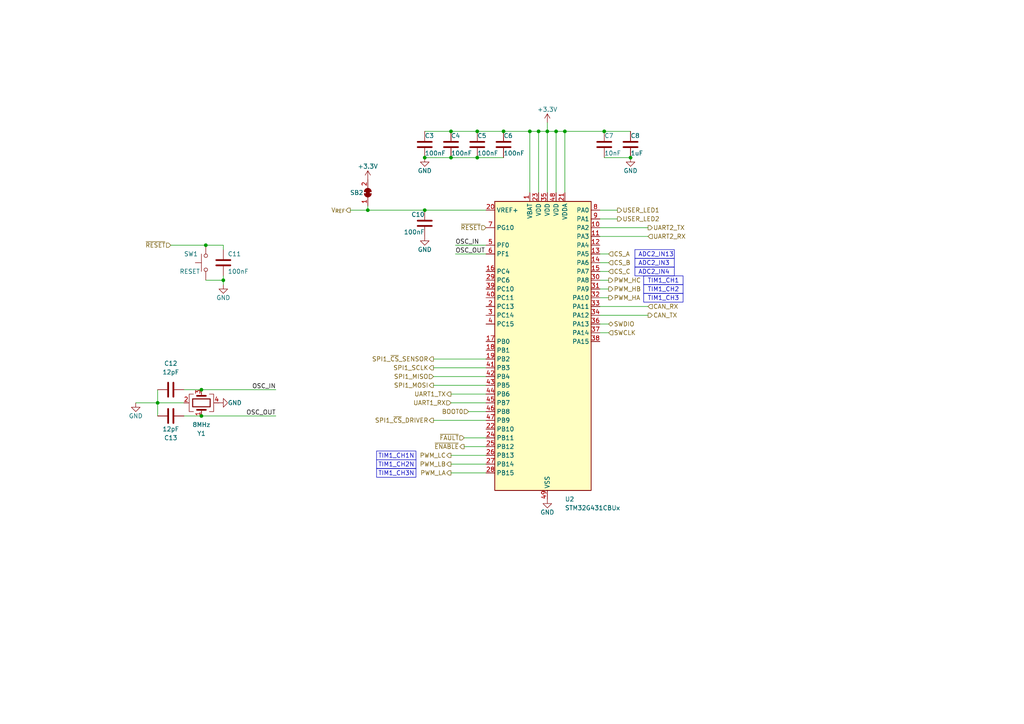
<source format=kicad_sch>
(kicad_sch (version 20230121) (generator eeschema)
  (paper "A4")
  (lib_symbols
    (symbol "Device:C" (pin_numbers hide) (pin_names (offset 0.254))
      (property "Reference" "C" (at 0.635 2.54 0))
      (property "Value" "C" (at 0.635 -2.54 0))
      (symbol "C_0_1"
        (polyline (pts (xy -2.032 -0.762) (xy 2.032 -0.762)) (stroke (width 0.508)))
        (polyline (pts (xy -2.032 0.762) (xy 2.032 0.762)) (stroke (width 0.508)))
      )
      (symbol "C_1_1"
        (pin passive line (at 0 3.81 270) (length 2.794) (name "~") (number "1"))
        (pin passive line (at 0 -3.81 90) (length 2.794) (name "~") (number "2"))
      )
    )
    (symbol "Device:Crystal_GND24" (pin_names (offset 1.016) hide)
      (property "Reference" "Y" (at 3.175 5.08 0))
      (property "Value" "Crystal_GND24" (at 3.175 3.175 0))
      (symbol "Crystal_GND24_0_1"
        (rectangle (start -1.143 2.54) (end 1.143 -2.54) (stroke (width 0.3048)))
        (polyline (pts (xy -2.54 0) (xy -2.032 0)))
        (polyline (pts (xy -2.032 -1.27) (xy -2.032 1.27)) (stroke (width 0.508)))
        (polyline (pts (xy 0 -3.81) (xy 0 -3.556)))
        (polyline (pts (xy 0 3.556) (xy 0 3.81)))
        (polyline (pts (xy 2.032 -1.27) (xy 2.032 1.27)) (stroke (width 0.508)))
        (polyline (pts (xy 2.032 0) (xy 2.54 0)))
        (polyline (pts (xy -2.54 -2.286) (xy -2.54 -3.556) (xy 2.54 -3.556) (xy 2.54 -2.286)))
        (polyline (pts (xy -2.54 2.286) (xy -2.54 3.556) (xy 2.54 3.556) (xy 2.54 2.286)))
      )
      (symbol "Crystal_GND24_1_1"
        (pin passive line (at -3.81 0 0) (length 1.27) (name "1") (number "1"))
        (pin passive line (at 0 5.08 270) (length 1.27) (name "2") (number "2"))
        (pin passive line (at 3.81 0 180) (length 1.27) (name "3") (number "3"))
        (pin passive line (at 0 -5.08 90) (length 1.27) (name "4") (number "4"))
      )
    )
    (symbol "GND_1" (power) (pin_names (offset 0))
      (property "Value" "GND_1" (at 0 -3.81 0))
      (symbol "GND_1_0_1"
        (polyline (pts (xy 0 0) (xy 0 -1.27) (xy 1.27 -1.27) (xy 0 -2.54) (xy -1.27 -1.27) (xy 0 -1.27)))
      )
      (symbol "GND_1_1_1"
        (pin power_in line (at 0 0 270) (length 0) hide (name "GND") (number "1"))
      )
    )
    (symbol "GND_2" (power) (pin_names (offset 0))
      (property "Value" "GND_2" (at 0 -3.81 0))
      (symbol "GND_2_0_1"
        (polyline (pts (xy 0 0) (xy 0 -1.27) (xy 1.27 -1.27) (xy 0 -2.54) (xy -1.27 -1.27) (xy 0 -1.27)))
      )
      (symbol "GND_2_1_1"
        (pin power_in line (at 0 0 270) (length 0) hide (name "GND") (number "1"))
      )
    )
    (symbol "Jumper:SolderJumper_2_Bridged" (pin_names (offset 0) hide)
      (property "Reference" "JP" (at 0 2.032 0))
      (property "Value" "SolderJumper_2_Bridged" (at 0 -2.54 0))
      (symbol "SolderJumper_2_Bridged_0_1"
        (rectangle (start -0.508 0.508) (end 0.508 -0.508) (fill (type outline)))
        (arc (start -0.254 1.016) (mid -1.2656 0) (end -0.254 -1.016))
        (arc (start -0.254 1.016) (mid -1.2656 0) (end -0.254 -1.016) (fill (type outline)))
        (polyline (pts (xy -0.254 1.016) (xy -0.254 -1.016)))
        (polyline (pts (xy 0.254 1.016) (xy 0.254 -1.016)))
        (arc (start 0.254 -1.016) (mid 1.2656 0) (end 0.254 1.016))
        (arc (start 0.254 -1.016) (mid 1.2656 0) (end 0.254 1.016) (fill (type outline)))
      )
      (symbol "SolderJumper_2_Bridged_1_1"
        (pin passive line (at -3.81 0 0) (length 2.54) (name "A") (number "1"))
        (pin passive line (at 3.81 0 180) (length 2.54) (name "B") (number "2"))
      )
    )
    (symbol "MCU_ST_STM32G4:STM32G431CBUx"
      (property "Reference" "U" (at -12.7 44.45 0))
      (property "Value" "STM32G431CBUx" (at 10.16 44.45 0))
      (symbol "STM32G431CBUx_0_1"
        (rectangle (start -12.7 -40.64) (end 15.24 43.18) (stroke (width 0.254)) (fill (type background)))
      )
      (symbol "STM32G431CBUx_1_1"
        (pin power_in line (at -2.54 45.72 270) (length 2.54) (name "VBAT") (number "1"))
        (pin bidirectional line (at 17.78 35.56 180) (length 2.54) (name "PA2") (number "10"))
        (pin bidirectional line (at 17.78 33.02 180) (length 2.54) (name "PA3") (number "11"))
        (pin bidirectional line (at 17.78 30.48 180) (length 2.54) (name "PA4") (number "12"))
        (pin bidirectional line (at 17.78 27.94 180) (length 2.54) (name "PA5") (number "13"))
        (pin bidirectional line (at 17.78 25.4 180) (length 2.54) (name "PA6") (number "14"))
        (pin bidirectional line (at 17.78 22.86 180) (length 2.54) (name "PA7") (number "15"))
        (pin bidirectional line (at -15.24 22.86 0) (length 2.54) (name "PC4") (number "16"))
        (pin bidirectional line (at -15.24 2.54 0) (length 2.54) (name "PB0") (number "17"))
        (pin bidirectional line (at -15.24 0 0) (length 2.54) (name "PB1") (number "18"))
        (pin bidirectional line (at -15.24 -2.54 0) (length 2.54) (name "PB2") (number "19"))
        (pin bidirectional line (at -15.24 12.7 0) (length 2.54) (name "PC13") (number "2"))
        (pin input line (at -15.24 40.64 0) (length 2.54) (name "VREF+") (number "20"))
        (pin power_in line (at 7.62 45.72 270) (length 2.54) (name "VDDA") (number "21"))
        (pin bidirectional line (at -15.24 -22.86 0) (length 2.54) (name "PB10") (number "22"))
        (pin power_in line (at 0 45.72 270) (length 2.54) (name "VDD") (number "23"))
        (pin bidirectional line (at -15.24 -25.4 0) (length 2.54) (name "PB11") (number "24"))
        (pin bidirectional line (at -15.24 -27.94 0) (length 2.54) (name "PB12") (number "25"))
        (pin bidirectional line (at -15.24 -30.48 0) (length 2.54) (name "PB13") (number "26"))
        (pin bidirectional line (at -15.24 -33.02 0) (length 2.54) (name "PB14") (number "27"))
        (pin bidirectional line (at -15.24 -35.56 0) (length 2.54) (name "PB15") (number "28"))
        (pin bidirectional line (at -15.24 20.32 0) (length 2.54) (name "PC6") (number "29"))
        (pin bidirectional line (at -15.24 10.16 0) (length 2.54) (name "PC14") (number "3"))
        (pin bidirectional line (at 17.78 20.32 180) (length 2.54) (name "PA8") (number "30"))
        (pin bidirectional line (at 17.78 17.78 180) (length 2.54) (name "PA9") (number "31"))
        (pin bidirectional line (at 17.78 15.24 180) (length 2.54) (name "PA10") (number "32"))
        (pin bidirectional line (at 17.78 12.7 180) (length 2.54) (name "PA11") (number "33"))
        (pin bidirectional line (at 17.78 10.16 180) (length 2.54) (name "PA12") (number "34"))
        (pin power_in line (at 2.54 45.72 270) (length 2.54) (name "VDD") (number "35"))
        (pin bidirectional line (at 17.78 7.62 180) (length 2.54) (name "PA13") (number "36"))
        (pin bidirectional line (at 17.78 5.08 180) (length 2.54) (name "PA14") (number "37"))
        (pin bidirectional line (at 17.78 2.54 180) (length 2.54) (name "PA15") (number "38"))
        (pin bidirectional line (at -15.24 17.78 0) (length 2.54) (name "PC10") (number "39"))
        (pin bidirectional line (at -15.24 7.62 0) (length 2.54) (name "PC15") (number "4"))
        (pin bidirectional line (at -15.24 15.24 0) (length 2.54) (name "PC11") (number "40"))
        (pin bidirectional line (at -15.24 -5.08 0) (length 2.54) (name "PB3") (number "41"))
        (pin bidirectional line (at -15.24 -7.62 0) (length 2.54) (name "PB4") (number "42"))
        (pin bidirectional line (at -15.24 -10.16 0) (length 2.54) (name "PB5") (number "43"))
        (pin bidirectional line (at -15.24 -12.7 0) (length 2.54) (name "PB6") (number "44"))
        (pin bidirectional line (at -15.24 -15.24 0) (length 2.54) (name "PB7") (number "45"))
        (pin bidirectional line (at -15.24 -17.78 0) (length 2.54) (name "PB8") (number "46"))
        (pin bidirectional line (at -15.24 -20.32 0) (length 2.54) (name "PB9") (number "47"))
        (pin power_in line (at 5.08 45.72 270) (length 2.54) (name "VDD") (number "48"))
        (pin power_in line (at 2.54 -43.18 90) (length 2.54) (name "VSS") (number "49"))
        (pin bidirectional line (at -15.24 30.48 0) (length 2.54) (name "PF0") (number "5"))
        (pin bidirectional line (at -15.24 27.94 0) (length 2.54) (name "PF1") (number "6"))
        (pin bidirectional line (at -15.24 35.56 0) (length 2.54) (name "PG10") (number "7"))
        (pin bidirectional line (at 17.78 40.64 180) (length 2.54) (name "PA0") (number "8"))
        (pin bidirectional line (at 17.78 38.1 180) (length 2.54) (name "PA1") (number "9"))
      )
    )
    (symbol "Switch:SW_Push" (pin_numbers hide) (pin_names (offset 1.016) hide)
      (property "Reference" "SW" (at 1.27 2.54 0))
      (property "Value" "SW_Push" (at 0 -1.524 0))
      (symbol "SW_Push_0_1"
        (circle (center -2.032 0) (radius 0.508))
        (polyline (pts (xy 0 1.27) (xy 0 3.048)))
        (polyline (pts (xy 2.54 1.27) (xy -2.54 1.27)))
        (circle (center 2.032 0) (radius 0.508))
        (pin passive line (at -5.08 0 0) (length 2.54) (name "1") (number "1"))
        (pin passive line (at 5.08 0 180) (length 2.54) (name "2") (number "2"))
      )
    )
    (symbol "power:+3.3V" (power) (pin_names (offset 0))
      (property "Value" "+3.3V" (at 0 3.556 0))
      (symbol "+3.3V_0_1"
        (polyline (pts (xy -0.762 1.27) (xy 0 2.54)))
        (polyline (pts (xy 0 0) (xy 0 2.54)))
        (polyline (pts (xy 0 2.54) (xy 0.762 1.27)))
      )
      (symbol "+3.3V_1_1"
        (pin power_in line (at 0 0 90) (length 0) hide (name "+3.3V") (number "1"))
      )
    )
    (symbol "power:GND" (power) (pin_names (offset 0))
      (property "Value" "GND" (at 0 -3.81 0))
      (symbol "GND_0_1"
        (polyline (pts (xy 0 0) (xy 0 -1.27) (xy 1.27 -1.27) (xy 0 -2.54) (xy -1.27 -1.27) (xy 0 -1.27)))
      )
      (symbol "GND_1_1"
        (pin power_in line (at 0 0 270) (length 0) hide (name "GND") (number "1"))
      )
    )
  )
  (junction (at 59.69 71.12))
  (junction (at 64.77 81.28))
  (junction (at 153.67 38.1))
  (junction (at 163.83 38.1))
  (junction (at 58.42 120.65))
  (junction (at 175.26 38.1))
  (junction (at 158.75 38.1))
  (junction (at 130.81 45.72))
  (junction (at 146.05 38.1))
  (junction (at 138.43 38.1))
  (junction (at 45.72 116.84))
  (junction (at 156.21 38.1))
  (junction (at 106.68 60.96))
  (junction (at 138.43 45.72))
  (junction (at 182.88 45.72))
  (junction (at 130.81 38.1))
  (junction (at 123.19 60.96))
  (junction (at 58.42 113.03))
  (junction (at 161.29 38.1))
  (junction (at 123.19 45.72))
  (wire (pts (xy 39.37 116.84) (xy 45.72 116.84)))
  (wire (pts (xy 132.08 73.66) (xy 140.97 73.66)))
  (wire (pts (xy 161.29 38.1) (xy 161.29 55.88)))
  (wire (pts (xy 59.69 71.12) (xy 49.53 71.12)))
  (wire (pts (xy 138.43 45.72) (xy 146.05 45.72)))
  (wire (pts (xy 140.97 114.3) (xy 130.81 114.3)))
  (wire (pts (xy 146.05 38.1) (xy 153.67 38.1)))
  (wire (pts (xy 130.81 38.1) (xy 123.19 38.1)))
  (wire (pts (xy 173.99 93.98) (xy 176.53 93.98)))
  (wire (pts (xy 140.97 111.76) (xy 125.73 111.76)))
  (wire (pts (xy 158.75 38.1) (xy 158.75 55.88)))
  (wire (pts (xy 53.34 113.03) (xy 58.42 113.03)))
  (wire (pts (xy 173.99 76.2) (xy 176.53 76.2)))
  (wire (pts (xy 173.99 86.36) (xy 176.53 86.36)))
  (wire (pts (xy 156.21 38.1) (xy 158.75 38.1)))
  (wire (pts (xy 140.97 116.84) (xy 130.81 116.84)))
  (wire (pts (xy 106.68 59.69) (xy 106.68 60.96)))
  (wire (pts (xy 138.43 38.1) (xy 130.81 38.1)))
  (wire (pts (xy 158.75 35.56) (xy 158.75 38.1)))
  (wire (pts (xy 153.67 38.1) (xy 153.67 55.88)))
  (wire (pts (xy 58.42 113.03) (xy 80.01 113.03)))
  (wire (pts (xy 130.81 45.72) (xy 138.43 45.72)))
  (wire (pts (xy 59.69 71.12) (xy 64.77 71.12)))
  (wire (pts (xy 134.62 127) (xy 140.97 127)))
  (wire (pts (xy 64.77 81.28) (xy 64.77 80.01)))
  (wire (pts (xy 125.73 121.92) (xy 140.97 121.92)))
  (wire (pts (xy 132.08 71.12) (xy 140.97 71.12)))
  (wire (pts (xy 175.26 45.72) (xy 182.88 45.72)))
  (wire (pts (xy 53.34 120.65) (xy 58.42 120.65)))
  (wire (pts (xy 64.77 81.28) (xy 64.77 82.55)))
  (wire (pts (xy 161.29 38.1) (xy 158.75 38.1)))
  (wire (pts (xy 135.89 119.38) (xy 140.97 119.38)))
  (wire (pts (xy 45.72 116.84) (xy 53.34 116.84)))
  (wire (pts (xy 123.19 45.72) (xy 130.81 45.72)))
  (wire (pts (xy 45.72 113.03) (xy 45.72 116.84)))
  (wire (pts (xy 123.19 60.96) (xy 140.97 60.96)))
  (wire (pts (xy 130.81 137.16) (xy 140.97 137.16)))
  (wire (pts (xy 64.77 71.12) (xy 64.77 72.39)))
  (wire (pts (xy 173.99 66.04) (xy 187.96 66.04)))
  (wire (pts (xy 45.72 116.84) (xy 45.72 120.65)))
  (wire (pts (xy 140.97 106.68) (xy 125.73 106.68)))
  (wire (pts (xy 156.21 38.1) (xy 156.21 55.88)))
  (wire (pts (xy 163.83 38.1) (xy 163.83 55.88)))
  (wire (pts (xy 173.99 88.9) (xy 187.96 88.9)))
  (wire (pts (xy 163.83 38.1) (xy 175.26 38.1)))
  (wire (pts (xy 175.26 38.1) (xy 182.88 38.1)))
  (wire (pts (xy 134.62 129.54) (xy 140.97 129.54)))
  (wire (pts (xy 140.97 109.22) (xy 125.73 109.22)))
  (wire (pts (xy 146.05 38.1) (xy 138.43 38.1)))
  (wire (pts (xy 59.69 81.28) (xy 64.77 81.28)))
  (wire (pts (xy 130.81 132.08) (xy 140.97 132.08)))
  (wire (pts (xy 179.07 60.96) (xy 173.99 60.96)))
  (wire (pts (xy 173.99 81.28) (xy 176.53 81.28)))
  (wire (pts (xy 106.68 60.96) (xy 123.19 60.96)))
  (wire (pts (xy 173.99 96.52) (xy 176.53 96.52)))
  (wire (pts (xy 130.81 134.62) (xy 140.97 134.62)))
  (wire (pts (xy 153.67 38.1) (xy 156.21 38.1)))
  (wire (pts (xy 173.99 73.66) (xy 176.53 73.66)))
  (wire (pts (xy 173.99 83.82) (xy 176.53 83.82)))
  (wire (pts (xy 173.99 91.44) (xy 187.96 91.44)))
  (wire (pts (xy 173.99 68.58) (xy 187.96 68.58)))
  (wire (pts (xy 101.6 60.96) (xy 106.68 60.96)))
  (wire (pts (xy 125.73 104.14) (xy 140.97 104.14)))
  (wire (pts (xy 179.07 63.5) (xy 173.99 63.5)))
  (wire (pts (xy 173.99 78.74) (xy 176.53 78.74)))
  (wire (pts (xy 161.29 38.1) (xy 163.83 38.1)))
  (wire (pts (xy 58.42 120.65) (xy 80.01 120.65)))
  (text_box "TIM1_CH2" (at 186.69 82.55 0) (size 11.43 2.54) (effects (font (size 1.27 1.27))))
  (text_box "ADC2_IN4" (at 184.15 77.47 0) (size 11.43 2.54) (effects (font (size 1.27 1.27)) (justify left)))
  (text_box "ADC2_IN13" (at 184.15 72.39 0) (size 11.43 2.54) (effects (font (size 1.27 1.27)) (justify left)))
  (text_box "TIM1_CH3N\n" (at 109.22 135.89 0) (size 11.43 2.54) (effects (font (size 1.27 1.27))))
  (text_box "TIM1_CH1" (at 186.69 80.01 0) (size 11.43 2.54) (effects (font (size 1.27 1.27))))
  (text_box "TIM1_CH1N" (at 109.22 130.81 0) (size 11.43 2.54) (effects (font (size 1.27 1.27))))
  (text_box "TIM1_CH2N" (at 109.22 133.35 0) (size 11.43 2.54) (effects (font (size 1.27 1.27))))
  (text_box "TIM1_CH3" (at 186.69 85.09 0) (size 11.43 2.54) (effects (font (size 1.27 1.27))))
  (text_box "ADC2_IN3" (at 184.15 74.93 0) (size 11.43 2.54) (effects (font (size 1.27 1.27)) (justify left)))
  (label "OSC_IN" (at 132.08 71.12 0))
  (label "OSC_OUT" (at 132.08 73.66 0))
  (label "OSC_IN" (at 80.01 113.03 180))
  (label "OSC_OUT" (at 80.01 120.65 180))
  (hierarchical_label "SWDIO" (shape bidirectional) (at 176.53 93.98 0))
  (hierarchical_label "~{RESET}" (shape input) (at 140.97 66.04 180))
  (hierarchical_label "PWM_LC" (shape output) (at 130.81 132.08 180))
  (hierarchical_label "UART2_RX" (shape input) (at 187.96 68.58 0))
  (hierarchical_label "SPI1_MISO" (shape input) (at 125.73 109.22 180))
  (hierarchical_label "CS_C" (shape input) (at 176.53 78.74 0))
  (hierarchical_label "UART1_TX" (shape output) (at 130.81 114.3 180))
  (hierarchical_label "PWM_LB" (shape output) (at 130.81 134.62 180))
  (hierarchical_label "~{ENABLE}" (shape output) (at 134.62 129.54 180))
  (hierarchical_label "SPI1_MOSI" (shape output) (at 125.73 111.76 180))
  (hierarchical_label "BOOT0" (shape input) (at 135.89 119.38 180))
  (hierarchical_label "SPI1_SCLK" (shape output) (at 125.73 106.68 180))
  (hierarchical_label "CS_A" (shape input) (at 176.53 73.66 0))
  (hierarchical_label "USER_LED1" (shape output) (at 179.07 60.96 0))
  (hierarchical_label "PWM_HB" (shape output) (at 176.53 83.82 0))
  (hierarchical_label "UART2_TX" (shape output) (at 187.96 66.04 0))
  (hierarchical_label "V_{REF}" (shape output) (at 101.6 60.96 180))
  (hierarchical_label "CS_B" (shape input) (at 176.53 76.2 0))
  (hierarchical_label "SWCLK" (shape input) (at 176.53 96.52 0))
  (hierarchical_label "PWM_HC" (shape output) (at 176.53 81.28 0))
  (hierarchical_label "~{FAULT}" (shape input) (at 134.62 127 180))
  (hierarchical_label "CAN_RX" (shape input) (at 187.96 88.9 0))
  (hierarchical_label "USER_LED2" (shape output) (at 179.07 63.5 0))
  (hierarchical_label "SPI1_~{CS}_DRIVER" (shape output) (at 125.73 121.92 180))
  (hierarchical_label "PWM_HA" (shape output) (at 176.53 86.36 0))
  (hierarchical_label "UART1_RX" (shape input) (at 130.81 116.84 180))
  (hierarchical_label "PWM_LA" (shape output) (at 130.81 137.16 180))
  (hierarchical_label "SPI1_~{CS}_SENSOR" (shape output) (at 125.73 104.14 180))
  (hierarchical_label "CAN_TX" (shape output) (at 187.96 91.44 0))
  (hierarchical_label "~{RESET}" (shape input) (at 49.53 71.12 180))
  (symbol (lib_id "Device:C") (at 123.19 64.77 0) (mirror y) (unit 1)
    (property "Reference" "C10" (at 123.19 62.23 0) (effects (justify left)))
    (property "Value" "100nF" (at 123.19 67.31 0) (effects (justify left)))
    (property "Footprint" "Capacitor_SMD:C_0402_1005Metric" (effects hide))
    (property "JLCPCB Part #" "C1525" (effects hide))
    (property "MFR.Part #" "CL05B104KO5NNNC" (effects hide))
    (instances (project "moco-oi451" (path "" (reference "C10") (unit 1))) (project "moco-od501" (path "" (reference "C?") (unit 1))))
  )
  (symbol (lib_id "Device:C") (at 175.26 41.91 0) (unit 1)
    (property "Reference" "C7" (at 175.26 39.37 0) (effects (justify left)))
    (property "Value" "10nF" (at 175.26 44.45 0) (effects (justify left)))
    (property "Footprint" "Capacitor_SMD:C_0402_1005Metric" (effects hide))
    (property "JLCPCB Part #" "C1525" (effects hide))
    (property "MFR.Part #" "CL05B104KO5NNNC" (effects hide))
    (instances (project "moco-oi451" (path "" (reference "C7") (unit 1))) (project "moco-od501" (path "" (reference "C?") (unit 1))))
  )
  (symbol (lib_id "power:+3.3V") (at 106.68 52.07 0) (unit 1)
    (property "Reference" "#PWR020" (effects hide))
    (property "Value" "+3.3V" (at 106.68 48.26 0))
    (instances (project "moco-oi451" (path "" (reference "#PWR020") (unit 1))) (project "moco-od501" (path "" (reference "#PWR?") (unit 1))))
  )
  (symbol (lib_id "power:GND") (at 182.88 45.72 0) (unit 1)
    (property "Reference" "#PWR019" (effects hide))
    (property "Value" "GND" (at 182.88 49.53 0))
    (instances (project "moco-oi451" (path "" (reference "#PWR019") (unit 1))) (project "moco-od501" (path "" (reference "#PWR?") (unit 1))))
  )
  (symbol (lib_id "Device:C") (at 138.43 41.91 0) (unit 1)
    (property "Reference" "C5" (at 138.43 39.37 0) (effects (justify left)))
    (property "Value" "100nF" (at 138.43 44.45 0) (effects (justify left)))
    (property "Footprint" "Capacitor_SMD:C_0402_1005Metric" (effects hide))
    (property "JLCPCB Part #" "C1525" (effects hide))
    (property "MFR.Part #" "CL05B104KO5NNNC" (effects hide))
    (instances (project "moco-oi451" (path "" (reference "C5") (unit 1))) (project "moco-od501" (path "" (reference "C?") (unit 1))))
  )
  (symbol (lib_id "power:GND") (at 64.77 82.55 0) (unit 1)
    (property "Reference" "#PWR022" (effects hide))
    (property "Value" "GND" (at 64.77 86.36 0))
    (instances (project "moco-oi451" (path "" (reference "#PWR022") (unit 1))) (project "moco-od501" (path "" (reference "#PWR?") (unit 1))))
  )
  (symbol (lib_id "power:GND") (at 123.19 68.58 0) (mirror y) (unit 1)
    (property "Reference" "#PWR021" (effects hide))
    (property "Value" "GND" (at 123.19 72.39 0))
    (instances (project "moco-oi451" (path "" (reference "#PWR021") (unit 1))) (project "moco-od501" (path "" (reference "#PWR?") (unit 1))))
  )
  (symbol (lib_id "Device:C") (at 64.77 76.2 0) (unit 1)
    (property "Reference" "C11" (at 66.04 73.66 0) (effects (justify left)))
    (property "Value" "100nF" (at 66.04 78.74 0) (effects (justify left)))
    (property "Footprint" "Capacitor_SMD:C_0402_1005Metric" (effects hide))
    (property "JLCPCB Part #" "C1525" (effects hide))
    (property "MFR.Part #" "CL05B104KO5NNNC" (effects hide))
    (instances (project "moco-oi451" (path "" (reference "C11") (unit 1))) (project "moco-od501" (path "" (reference "C?") (unit 1))))
  )
  (symbol (lib_id "power:GND") (at 158.75 144.78 0) (mirror y) (unit 1)
    (property "Reference" "#PWR025" (effects hide))
    (property "Value" "GND" (at 158.75 148.59 0))
    (instances (project "moco-oi451" (path "" (reference "#PWR025") (unit 1))) (project "moco-od501" (path "" (reference "#PWR?") (unit 1))))
  )
  (symbol (lib_name "GND_1") (lib_id "power:GND") (at 39.37 116.84 0) (unit 1)
    (property "Reference" "#PWR023" (effects hide))
    (property "Value" "GND" (at 39.37 120.65 0))
    (instances (project "moco-oi451" (path "" (reference "#PWR023") (unit 1))) (project "moco-od501" (path "" (reference "#PWR?") (unit 1))))
  )
  (symbol (lib_id "Device:C") (at 49.53 113.03 90) (unit 1)
    (property "Reference" "C12" (at 49.53 105.41 90))
    (property "Value" "12pF" (at 49.53 107.95 90))
    (property "Footprint" "Capacitor_SMD:C_0402_1005Metric" (effects hide))
    (instances (project "moco-oi451" (path "" (reference "C12") (unit 1))) (project "moco-od501" (path "" (reference "C?") (unit 1))))
  )
  (symbol (lib_id "Device:C") (at 49.53 120.65 90) (unit 1)
    (property "Reference" "C13" (at 49.53 127 90))
    (property "Value" "12pF" (at 49.53 124.46 90))
    (property "Footprint" "Capacitor_SMD:C_0402_1005Metric" (effects hide))
    (instances (project "moco-oi451" (path "" (reference "C13") (unit 1))) (project "moco-od501" (path "" (reference "C?") (unit 1))))
  )
  (symbol (lib_id "Device:C") (at 130.81 41.91 0) (unit 1)
    (property "Reference" "C4" (at 130.81 39.37 0) (effects (justify left)))
    (property "Value" "100nF" (at 130.81 44.45 0) (effects (justify left)))
    (property "Footprint" "Capacitor_SMD:C_0402_1005Metric" (effects hide))
    (property "JLCPCB Part #" "C1525" (effects hide))
    (property "MFR.Part #" "CL05B104KO5NNNC" (effects hide))
    (instances (project "moco-oi451" (path "" (reference "C4") (unit 1))) (project "moco-od501" (path "" (reference "C?") (unit 1))))
  )
  (symbol (lib_name "GND_2") (lib_id "power:GND") (at 63.5 116.84 90) (unit 1)
    (property "Reference" "#PWR024" (effects hide))
    (property "Value" "GND" (at 66.04 116.84 90) (effects (justify right)))
    (instances (project "moco-oi451" (path "" (reference "#PWR024") (unit 1))) (project "moco-od501" (path "" (reference "#PWR?") (unit 1))))
  )
  (symbol (lib_id "Switch:SW_Push") (at 59.69 76.2 90) (unit 1)
    (property "Reference" "SW1" (at 53.34 73.66 90) (effects (justify right)))
    (property "Value" "RESET" (at 52.07 78.74 90) (effects (justify right)))
    (property "Footprint" "Button_Switch_SMD:SW_SPST_TL3342" (effects hide))
    (instances (project "moco-oi451" (path "" (reference "SW1") (unit 1))) (project "moco-od501" (path "" (reference "SW?") (unit 1))))
  )
  (symbol (lib_id "Device:Crystal_GND24") (at 58.42 116.84 90) (unit 1)
    (property "Reference" "Y1" (at 58.42 125.73 90))
    (property "Value" "8MHz" (at 58.42 123.19 90))
    (property "Footprint" "Crystal:Crystal_SMD_3225-4Pin_3.2x2.5mm" (effects hide))
    (instances (project "moco-oi451" (path "" (reference "Y1") (unit 1))) (project "moco-od501" (path "" (reference "Y?") (unit 1))))
  )
  (symbol (lib_id "power:GND") (at 123.19 45.72 0) (unit 1)
    (property "Reference" "#PWR018" (effects hide))
    (property "Value" "GND" (at 123.19 49.53 0))
    (instances (project "moco-oi451" (path "" (reference "#PWR018") (unit 1))) (project "moco-od501" (path "" (reference "#PWR?") (unit 1))))
  )
  (symbol (lib_id "Device:C") (at 123.19 41.91 0) (unit 1)
    (property "Reference" "C3" (at 123.19 39.37 0) (effects (justify left)))
    (property "Value" "100nF" (at 123.19 44.45 0) (effects (justify left)))
    (property "Footprint" "Capacitor_SMD:C_0402_1005Metric" (effects hide))
    (property "JLCPCB Part #" "C1525" (effects hide))
    (property "MFR.Part #" "CL05B104KO5NNNC" (effects hide))
    (instances (project "moco-oi451" (path "" (reference "C3") (unit 1))) (project "moco-od501" (path "" (reference "C?") (unit 1))))
  )
  (symbol (lib_id "Jumper:SolderJumper_2_Bridged") (at 106.68 55.88 270) (mirror x) (unit 1)
    (property "Reference" "SB2" (at 105.41 55.88 90) (effects (justify right)))
    (property "Value" "SolderJumper_2_Bridged" (effects hide))
    (property "Footprint" "Jumper:SolderJumper-2_P1.3mm_Bridged_RoundedPad1.0x1.5mm" (effects hide))
  )
  (symbol (lib_id "Device:C") (at 182.88 41.91 0) (unit 1)
    (property "Reference" "C8" (at 182.88 39.37 0) (effects (justify left)))
    (property "Value" "1uF" (at 182.88 44.45 0) (effects (justify left)))
    (property "Footprint" "Capacitor_SMD:C_0402_1005Metric" (effects hide))
    (instances (project "moco-oi451" (path "" (reference "C8") (unit 1))) (project "moco-od501" (path "" (reference "C?") (unit 1))))
  )
  (symbol (lib_id "MCU_ST_STM32G4:STM32G431CBUx") (at 156.21 101.6 0) (unit 1)
    (property "Reference" "U2" (at 163.83 144.78 0) (effects (justify left)))
    (property "Value" "STM32G431CBUx" (at 163.83 147.32 0) (effects (justify left)))
    (property "Footprint" "Package_DFN_QFN:QFN-48-1EP_7x7mm_P0.5mm_EP5.6x5.6mm" (effects hide))
    (property "Datasheet" "https://www.st.com/resource/en/datasheet/stm32g431cb.pdf" (effects hide))
    (property "JLCPCB Part #" "C529356" (effects hide))
    (property "MFR.Part #" "STM32G431CBU6" (effects hide))
    (instances (project "moco-oi451" (path "" (reference "U2") (unit 1))) (project "moco-od501" (path "" (reference "U?") (unit 1))))
  )
  (symbol (lib_id "power:+3.3V") (at 158.75 35.56 0) (unit 1)
    (property "Reference" "#PWR017" (effects hide))
    (property "Value" "+3.3V" (at 158.75 31.75 0))
    (instances (project "moco-oi451" (path "" (reference "#PWR017") (unit 1))) (project "moco-od501" (path "" (reference "#PWR?") (unit 1))))
  )
  (symbol (lib_id "Device:C") (at 146.05 41.91 0) (unit 1)
    (property "Reference" "C6" (at 146.05 39.37 0) (effects (justify left)))
    (property "Value" "100nF" (at 146.05 44.45 0) (effects (justify left)))
    (property "Footprint" "Capacitor_SMD:C_0402_1005Metric" (effects hide))
    (property "JLCPCB Part #" "C1525" (effects hide))
    (property "MFR.Part #" "CL05B104KO5NNNC" (effects hide))
    (instances (project "moco-oi451" (path "" (reference "C6") (unit 1))) (project "moco-od501" (path "" (reference "C?") (unit 1))))
  )
)
</source>
